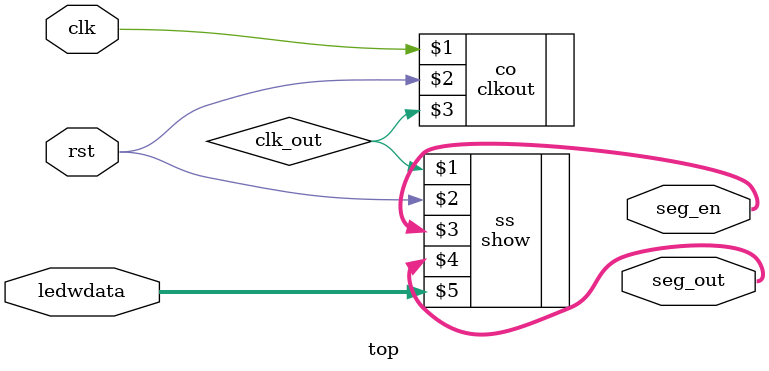
<source format=v>
`timescale 1ns / 1ps


module top(
input clk,
input rst,
input[15:0] ledwdata,
output [7:0] seg_en,
output [7:0] seg_out
    );
    wire clk_out;
    clkout co(clk,rst,clk_out);
    show ss(clk_out,rst,seg_en,seg_out,ledwdata);
endmodule

</source>
